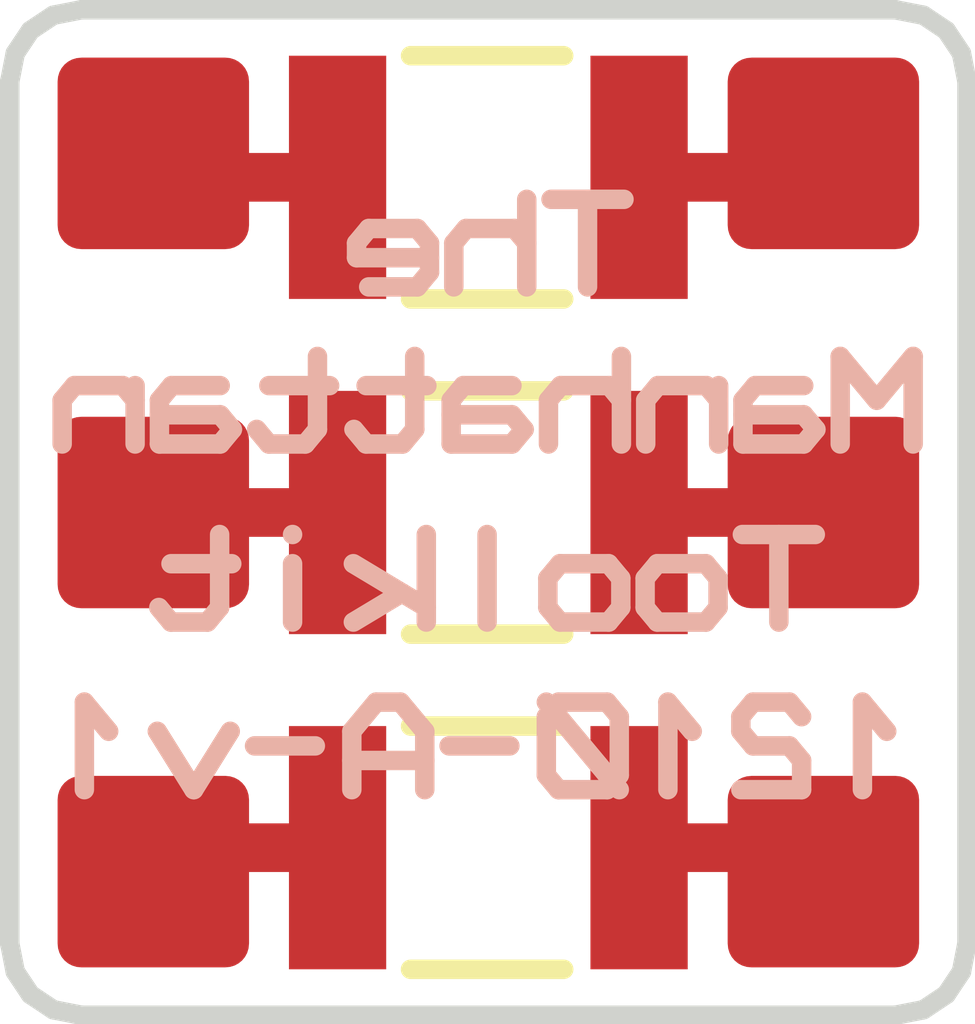
<source format=kicad_pcb>
(kicad_pcb (version 4) (generator "gerbview") (generator_version "8.0")

  (layers 
    (0 F.Cu signal)
    (31 B.Cu signal)
    (32 B.Adhes user)
    (33 F.Adhes user)
    (34 B.Paste user)
    (35 F.Paste user)
    (36 B.SilkS user)
    (37 F.SilkS user)
    (38 B.Mask user)
    (39 F.Mask user)
    (40 Dwgs.User user)
    (41 Cmts.User user)
    (42 Eco1.User user)
    (43 Eco2.User user)
    (44 Edge.Cuts user)
  )

(gr_line (start 0 -0.75) (end 0 -9.75) (layer Edge.Cuts) (width 0.2032))
(gr_line (start 0.75 -10.5) (end 9.25 -10.5) (layer Edge.Cuts) (width 0.2032))
(gr_line (start 10 -9.75) (end 10 -0.75) (layer Edge.Cuts) (width 0.2032))
(gr_line (start 9.25 0) (end 0.75 0) (layer Edge.Cuts) (width 0.2032))
(gr_line (start 0 -9.75) (end 0.05786 -10.04516) (layer Edge.Cuts) (width 0.2032))
(gr_line (start 0.05786 -10.04516) (end 0.2168 -10.2832) (layer Edge.Cuts) (width 0.2032))
(gr_line (start 0.2168 -10.2832) (end 0.45483 -10.44214) (layer Edge.Cuts) (width 0.2032))
(gr_line (start 0.45483 -10.44214) (end 0.75 -10.5) (layer Edge.Cuts) (width 0.2032))
(gr_line (start 9.25 -10.5) (end 9.54516 -10.44214) (layer Edge.Cuts) (width 0.2032))
(gr_line (start 9.54516 -10.44214) (end 9.7832 -10.2832) (layer Edge.Cuts) (width 0.2032))
(gr_line (start 9.7832 -10.2832) (end 9.94214 -10.04516) (layer Edge.Cuts) (width 0.2032))
(gr_line (start 9.94214 -10.04516) (end 10 -9.75) (layer Edge.Cuts) (width 0.2032))
(gr_line (start 10 -0.75) (end 9.94214 -0.45483) (layer Edge.Cuts) (width 0.2032))
(gr_line (start 9.94214 -0.45483) (end 9.7832 -0.2168) (layer Edge.Cuts) (width 0.2032))
(gr_line (start 9.7832 -0.2168) (end 9.54516 -0.05786) (layer Edge.Cuts) (width 0.2032))
(gr_line (start 9.54516 -0.05786) (end 9.25 0) (layer Edge.Cuts) (width 0.2032))
(gr_line (start 0.75 0) (end 0.45483 -0.05786) (layer Edge.Cuts) (width 0.2032))
(gr_line (start 0.45483 -0.05786) (end 0.2168 -0.2168) (layer Edge.Cuts) (width 0.2032))
(gr_line (start 0.2168 -0.2168) (end 0.05786 -0.45483) (layer Edge.Cuts) (width 0.2032))
(gr_line (start 0.05786 -0.45483) (end 0 -0.75) (layer Edge.Cuts) (width 0.2032))
(gr_line (start 4.187 -10.02) (end 5.7872 -10.02) (layer F.SilkS) (width 0.2032))
(gr_line (start 4.187 -7.48) (end 5.7872 -7.48) (layer F.SilkS) (width 0.2032))
(gr_line (start 4.187 -6.52) (end 5.7872 -6.52) (layer F.SilkS) (width 0.2032))
(gr_line (start 4.187 -3.98) (end 5.7872 -3.98) (layer F.SilkS) (width 0.2032))
(gr_line (start 4.187 -3.02) (end 5.7872 -3.02) (layer F.SilkS) (width 0.2032))
(gr_line (start 4.187 -0.48) (end 5.7872 -0.48) (layer F.SilkS) (width 0.2032))
(gr_poly (pts  (xy 2.30112 -8.00497) (xy 2.34839 -8.01929) (xy 2.3909 -8.04202)
 (xy 2.42773 -8.07227) (xy 2.45797 -8.1091) (xy 2.48071 -8.15161) (xy 2.49503 -8.19888)
 (xy 2.5 -8.25) (xy 2.5 -9.75) (xy 2.49503 -9.80112) (xy 2.48071 -9.84839)
 (xy 2.45797 -9.8909) (xy 2.42773 -9.92773) (xy 2.3909 -9.95798) (xy 2.34839 -9.98071)
 (xy 2.30112 -9.99503) (xy 2.25 -10) (xy 0.75 -10) (xy 0.69888 -9.99503)
 (xy 0.65161 -9.98071) (xy 0.6091 -9.95798) (xy 0.57227 -9.92773) (xy 0.54203 -9.8909)
 (xy 0.51929 -9.84839) (xy 0.50497 -9.80112) (xy 0.5 -9.75) (xy 0.5 -8.25)
 (xy 0.50497 -8.19888) (xy 0.51929 -8.15161) (xy 0.54203 -8.1091) (xy 0.57227 -8.07227)
 (xy 0.6091 -8.04202) (xy 0.65161 -8.01929) (xy 0.69888 -8.00497) (xy 0.75 -8)
 (xy 2.25 -8))(layer F.Mask) (width 0) )
(gr_poly (pts  (xy 2.30112 -4.25497) (xy 2.34839 -4.26929) (xy 2.3909 -4.29202)
 (xy 2.42773 -4.32227) (xy 2.45797 -4.3591) (xy 2.48071 -4.40161) (xy 2.49503 -4.44888)
 (xy 2.5 -4.5) (xy 2.5 -6) (xy 2.49503 -6.05112) (xy 2.48071 -6.09839)
 (xy 2.45797 -6.1409) (xy 2.42773 -6.17773) (xy 2.3909 -6.20798) (xy 2.34839 -6.23071)
 (xy 2.30112 -6.24503) (xy 2.25 -6.25) (xy 0.75 -6.25) (xy 0.69888 -6.24503)
 (xy 0.65161 -6.23071) (xy 0.6091 -6.20798) (xy 0.57227 -6.17773) (xy 0.54203 -6.1409)
 (xy 0.51929 -6.09839) (xy 0.50497 -6.05112) (xy 0.5 -6) (xy 0.5 -4.5)
 (xy 0.50497 -4.44888) (xy 0.51929 -4.40161) (xy 0.54203 -4.3591) (xy 0.57227 -4.32227)
 (xy 0.6091 -4.29202) (xy 0.65161 -4.26929) (xy 0.69888 -4.25497) (xy 0.75 -4.25)
 (xy 2.25 -4.25))(layer F.Mask) (width 0) )
(gr_poly (pts  (xy 2.30112 -0.50497) (xy 2.34839 -0.51929) (xy 2.3909 -0.54202)
 (xy 2.42773 -0.57227) (xy 2.45797 -0.6091) (xy 2.48071 -0.65161) (xy 2.49503 -0.69888)
 (xy 2.5 -0.75) (xy 2.5 -2.25) (xy 2.49503 -2.30112) (xy 2.48071 -2.34839)
 (xy 2.45797 -2.3909) (xy 2.42773 -2.42773) (xy 2.3909 -2.45798) (xy 2.34839 -2.48071)
 (xy 2.30112 -2.49503) (xy 2.25 -2.5) (xy 0.75 -2.5) (xy 0.69888 -2.49503)
 (xy 0.65161 -2.48071) (xy 0.6091 -2.45798) (xy 0.57227 -2.42773) (xy 0.54203 -2.3909)
 (xy 0.51929 -2.34839) (xy 0.50497 -2.30112) (xy 0.5 -2.25) (xy 0.5 -0.75)
 (xy 0.50497 -0.69888) (xy 0.51929 -0.65161) (xy 0.54203 -0.6091) (xy 0.57227 -0.57227)
 (xy 0.6091 -0.54202) (xy 0.65161 -0.51929) (xy 0.69888 -0.50497) (xy 0.75 -0.5)
 (xy 2.25 -0.5))(layer F.Mask) (width 0) )
(gr_poly (pts  (xy 9.30112 -0.50497) (xy 9.34839 -0.51929) (xy 9.3909 -0.54202)
 (xy 9.42773 -0.57227) (xy 9.45797 -0.6091) (xy 9.48071 -0.65161) (xy 9.49503 -0.69888)
 (xy 9.5 -0.75) (xy 9.5 -2.25) (xy 9.49503 -2.30112) (xy 9.48071 -2.34839)
 (xy 9.45797 -2.3909) (xy 9.42773 -2.42773) (xy 9.3909 -2.45798) (xy 9.34839 -2.48071)
 (xy 9.30112 -2.49503) (xy 9.25 -2.5) (xy 7.75 -2.5) (xy 7.69888 -2.49503)
 (xy 7.65161 -2.48071) (xy 7.6091 -2.45798) (xy 7.57227 -2.42773) (xy 7.54203 -2.3909)
 (xy 7.51929 -2.34839) (xy 7.50497 -2.30112) (xy 7.5 -2.25) (xy 7.5 -0.75)
 (xy 7.50497 -0.69888) (xy 7.51929 -0.65161) (xy 7.54203 -0.6091) (xy 7.57227 -0.57227)
 (xy 7.6091 -0.54202) (xy 7.65161 -0.51929) (xy 7.69888 -0.50497) (xy 7.75 -0.5)
 (xy 9.25 -0.5))(layer F.Mask) (width 0) )
(gr_poly (pts  (xy 9.30112 -4.25497) (xy 9.34839 -4.26929) (xy 9.3909 -4.29202)
 (xy 9.42773 -4.32227) (xy 9.45797 -4.3591) (xy 9.48071 -4.40161) (xy 9.49503 -4.44888)
 (xy 9.5 -4.5) (xy 9.5 -6) (xy 9.49503 -6.05112) (xy 9.48071 -6.09839)
 (xy 9.45797 -6.1409) (xy 9.42773 -6.17773) (xy 9.3909 -6.20798) (xy 9.34839 -6.23071)
 (xy 9.30112 -6.24503) (xy 9.25 -6.25) (xy 7.75 -6.25) (xy 7.69888 -6.24503)
 (xy 7.65161 -6.23071) (xy 7.6091 -6.20798) (xy 7.57227 -6.17773) (xy 7.54203 -6.1409)
 (xy 7.51929 -6.09839) (xy 7.50497 -6.05112) (xy 7.5 -6) (xy 7.5 -4.5)
 (xy 7.50497 -4.44888) (xy 7.51929 -4.40161) (xy 7.54203 -4.3591) (xy 7.57227 -4.32227)
 (xy 7.6091 -4.29202) (xy 7.65161 -4.26929) (xy 7.69888 -4.25497) (xy 7.75 -4.25)
 (xy 9.25 -4.25))(layer F.Mask) (width 0) )
(gr_poly (pts  (xy 9.30112 -8.00497) (xy 9.34839 -8.01929) (xy 9.3909 -8.04202)
 (xy 9.42773 -8.07227) (xy 9.45797 -8.1091) (xy 9.48071 -8.15161) (xy 9.49503 -8.19888)
 (xy 9.5 -8.25) (xy 9.5 -9.75) (xy 9.49503 -9.80112) (xy 9.48071 -9.84839)
 (xy 9.45797 -9.8909) (xy 9.42773 -9.92773) (xy 9.3909 -9.95798) (xy 9.34839 -9.98071)
 (xy 9.30112 -9.99503) (xy 9.25 -10) (xy 7.75 -10) (xy 7.69888 -9.99503)
 (xy 7.65161 -9.98071) (xy 7.6091 -9.95798) (xy 7.57227 -9.92773) (xy 7.54203 -9.8909)
 (xy 7.51929 -9.84839) (xy 7.50497 -9.80112) (xy 7.5 -9.75) (xy 7.5 -8.25)
 (xy 7.50497 -8.19888) (xy 7.51929 -8.15161) (xy 7.54203 -8.1091) (xy 7.57227 -8.07227)
 (xy 7.6091 -8.04202) (xy 7.65161 -8.01929) (xy 7.69888 -8.00497) (xy 7.75 -8)
 (xy 9.25 -8))(layer F.Mask) (width 0) )
(gr_poly (pts  (xy 3.94598 -7.41776) (xy 3.95799 -7.4214) (xy 3.96878 -7.42718)
 (xy 3.97814 -7.43486) (xy 3.98582 -7.44422) (xy 3.9916 -7.45501) (xy 3.99524 -7.46702)
 (xy 3.9965 -7.48) (xy 3.9965 -10.02) (xy 3.99524 -10.03298) (xy 3.9916 -10.04499)
 (xy 3.98582 -10.05578) (xy 3.97814 -10.06514) (xy 3.96878 -10.07282) (xy 3.95799 -10.0786)
 (xy 3.94598 -10.08224) (xy 3.933 -10.0835) (xy 2.917 -10.0835) (xy 2.90402 -10.08224)
 (xy 2.89201 -10.0786) (xy 2.88122 -10.07282) (xy 2.87186 -10.06514) (xy 2.86418 -10.05578)
 (xy 2.8584 -10.04499) (xy 2.85476 -10.03298) (xy 2.8535 -10.02) (xy 2.8535 -7.48)
 (xy 2.85476 -7.46702) (xy 2.8584 -7.45501) (xy 2.86418 -7.44422) (xy 2.87186 -7.43486)
 (xy 2.88122 -7.42718) (xy 2.89201 -7.4214) (xy 2.90402 -7.41776) (xy 2.917 -7.4165)
 (xy 3.933 -7.4165))(layer F.Mask) (width 0) )
(gr_poly (pts  (xy 7.09558 -7.41776) (xy 7.10759 -7.4214) (xy 7.11838 -7.42718)
 (xy 7.12774 -7.43486) (xy 7.13542 -7.44422) (xy 7.1412 -7.45501) (xy 7.14484 -7.46702)
 (xy 7.1461 -7.48) (xy 7.1461 -10.02) (xy 7.14484 -10.03298) (xy 7.1412 -10.04499)
 (xy 7.13542 -10.05578) (xy 7.12774 -10.06514) (xy 7.11838 -10.07282) (xy 7.10759 -10.0786)
 (xy 7.09558 -10.08224) (xy 7.0826 -10.0835) (xy 6.0666 -10.0835) (xy 6.05362 -10.08224)
 (xy 6.04161 -10.0786) (xy 6.03082 -10.07282) (xy 6.02146 -10.06514) (xy 6.01378 -10.05578)
 (xy 6.008 -10.04499) (xy 6.00436 -10.03298) (xy 6.0031 -10.02) (xy 6.0031 -7.48)
 (xy 6.00436 -7.46702) (xy 6.008 -7.45501) (xy 6.01378 -7.44422) (xy 6.02146 -7.43486)
 (xy 6.03082 -7.42718) (xy 6.04161 -7.4214) (xy 6.05362 -7.41776) (xy 6.0666 -7.4165)
 (xy 7.0826 -7.4165))(layer F.Mask) (width 0) )
(gr_poly (pts  (xy 3.94598 -3.91776) (xy 3.95799 -3.9214) (xy 3.96878 -3.92718)
 (xy 3.97814 -3.93486) (xy 3.98582 -3.94422) (xy 3.9916 -3.95501) (xy 3.99524 -3.96702)
 (xy 3.9965 -3.98) (xy 3.9965 -6.52) (xy 3.99524 -6.53298) (xy 3.9916 -6.54499)
 (xy 3.98582 -6.55578) (xy 3.97814 -6.56514) (xy 3.96878 -6.57282) (xy 3.95799 -6.5786)
 (xy 3.94598 -6.58224) (xy 3.933 -6.5835) (xy 2.917 -6.5835) (xy 2.90402 -6.58224)
 (xy 2.89201 -6.5786) (xy 2.88122 -6.57282) (xy 2.87186 -6.56514) (xy 2.86418 -6.55578)
 (xy 2.8584 -6.54499) (xy 2.85476 -6.53298) (xy 2.8535 -6.52) (xy 2.8535 -3.98)
 (xy 2.85476 -3.96702) (xy 2.8584 -3.95501) (xy 2.86418 -3.94422) (xy 2.87186 -3.93486)
 (xy 2.88122 -3.92718) (xy 2.89201 -3.9214) (xy 2.90402 -3.91776) (xy 2.917 -3.9165)
 (xy 3.933 -3.9165))(layer F.Mask) (width 0) )
(gr_poly (pts  (xy 7.09558 -3.91776) (xy 7.10759 -3.9214) (xy 7.11838 -3.92718)
 (xy 7.12774 -3.93486) (xy 7.13542 -3.94422) (xy 7.1412 -3.95501) (xy 7.14484 -3.96702)
 (xy 7.1461 -3.98) (xy 7.1461 -6.52) (xy 7.14484 -6.53298) (xy 7.1412 -6.54499)
 (xy 7.13542 -6.55578) (xy 7.12774 -6.56514) (xy 7.11838 -6.57282) (xy 7.10759 -6.5786)
 (xy 7.09558 -6.58224) (xy 7.0826 -6.5835) (xy 6.0666 -6.5835) (xy 6.05362 -6.58224)
 (xy 6.04161 -6.5786) (xy 6.03082 -6.57282) (xy 6.02146 -6.56514) (xy 6.01378 -6.55578)
 (xy 6.008 -6.54499) (xy 6.00436 -6.53298) (xy 6.0031 -6.52) (xy 6.0031 -3.98)
 (xy 6.00436 -3.96702) (xy 6.008 -3.95501) (xy 6.01378 -3.94422) (xy 6.02146 -3.93486)
 (xy 6.03082 -3.92718) (xy 6.04161 -3.9214) (xy 6.05362 -3.91776) (xy 6.0666 -3.9165)
 (xy 7.0826 -3.9165))(layer F.Mask) (width 0) )
(gr_poly (pts  (xy 3.94598 -0.41776) (xy 3.95799 -0.4214) (xy 3.96878 -0.42718)
 (xy 3.97814 -0.43486) (xy 3.98582 -0.44422) (xy 3.9916 -0.45501) (xy 3.99524 -0.46702)
 (xy 3.9965 -0.48) (xy 3.9965 -3.02) (xy 3.99524 -3.03298) (xy 3.9916 -3.04499)
 (xy 3.98582 -3.05578) (xy 3.97814 -3.06514) (xy 3.96878 -3.07282) (xy 3.95799 -3.0786)
 (xy 3.94598 -3.08224) (xy 3.933 -3.0835) (xy 2.917 -3.0835) (xy 2.90402 -3.08224)
 (xy 2.89201 -3.0786) (xy 2.88122 -3.07282) (xy 2.87186 -3.06514) (xy 2.86418 -3.05578)
 (xy 2.8584 -3.04499) (xy 2.85476 -3.03298) (xy 2.8535 -3.02) (xy 2.8535 -0.48)
 (xy 2.85476 -0.46702) (xy 2.8584 -0.45501) (xy 2.86418 -0.44422) (xy 2.87186 -0.43486)
 (xy 2.88122 -0.42718) (xy 2.89201 -0.4214) (xy 2.90402 -0.41776) (xy 2.917 -0.4165)
 (xy 3.933 -0.4165))(layer F.Mask) (width 0) )
(gr_poly (pts  (xy 7.09558 -0.41776) (xy 7.10759 -0.4214) (xy 7.11838 -0.42718)
 (xy 7.12774 -0.43486) (xy 7.13542 -0.44422) (xy 7.1412 -0.45501) (xy 7.14484 -0.46702)
 (xy 7.1461 -0.48) (xy 7.1461 -3.02) (xy 7.14484 -3.03298) (xy 7.1412 -3.04499)
 (xy 7.13542 -3.05578) (xy 7.12774 -3.06514) (xy 7.11838 -3.07282) (xy 7.10759 -3.0786)
 (xy 7.09558 -3.08224) (xy 7.0826 -3.0835) (xy 6.0666 -3.0835) (xy 6.05362 -3.08224)
 (xy 6.04161 -3.0786) (xy 6.03082 -3.07282) (xy 6.02146 -3.06514) (xy 6.01378 -3.05578)
 (xy 6.008 -3.04499) (xy 6.00436 -3.03298) (xy 6.0031 -3.02) (xy 6.0031 -0.48)
 (xy 6.00436 -0.46702) (xy 6.008 -0.45501) (xy 6.01378 -0.44422) (xy 6.02146 -0.43486)
 (xy 6.03082 -0.42718) (xy 6.04161 -0.4214) (xy 6.05362 -0.41776) (xy 6.0666 -0.4165)
 (xy 7.0826 -0.4165))(layer F.Mask) (width 0) )
(gr_line (start 8.41569 -5.02018) (end 7.65369 -5.02018) (layer B.SilkS) (width 0.2032))
(gr_line (start 8.03469 -5.02018) (end 8.03469 -4.10578) (layer B.SilkS) (width 0.2032))
(gr_line (start 7.39969 -4.56298) (end 7.27269 -4.71538) (layer B.SilkS) (width 0.2032))
(gr_line (start 7.27269 -4.71538) (end 6.76469 -4.71538) (layer B.SilkS) (width 0.2032))
(gr_line (start 6.76469 -4.71538) (end 6.63769 -4.56298) (layer B.SilkS) (width 0.2032))
(gr_line (start 6.63769 -4.56298) (end 6.63769 -4.25818) (layer B.SilkS) (width 0.2032))
(gr_line (start 6.63769 -4.25818) (end 6.76469 -4.10578) (layer B.SilkS) (width 0.2032))
(gr_line (start 6.76469 -4.10578) (end 7.27269 -4.10578) (layer B.SilkS) (width 0.2032))
(gr_line (start 7.27269 -4.10578) (end 7.39969 -4.25818) (layer B.SilkS) (width 0.2032))
(gr_line (start 7.39969 -4.25818) (end 7.39969 -4.56298) (layer B.SilkS) (width 0.2032))
(gr_line (start 6.38369 -4.56298) (end 6.25669 -4.71538) (layer B.SilkS) (width 0.2032))
(gr_line (start 6.25669 -4.71538) (end 5.74869 -4.71538) (layer B.SilkS) (width 0.2032))
(gr_line (start 5.74869 -4.71538) (end 5.62169 -4.56298) (layer B.SilkS) (width 0.2032))
(gr_line (start 5.62169 -4.56298) (end 5.62169 -4.25818) (layer B.SilkS) (width 0.2032))
(gr_line (start 5.62169 -4.25818) (end 5.74869 -4.10578) (layer B.SilkS) (width 0.2032))
(gr_line (start 5.74869 -4.10578) (end 6.25669 -4.10578) (layer B.SilkS) (width 0.2032))
(gr_line (start 6.25669 -4.10578) (end 6.38369 -4.25818) (layer B.SilkS) (width 0.2032))
(gr_line (start 6.38369 -4.25818) (end 6.38369 -4.56298) (layer B.SilkS) (width 0.2032))
(gr_line (start 4.98669 -5.02018) (end 4.98669 -4.10578) (layer B.SilkS) (width 0.2032))
(gr_line (start 4.35169 -5.02018) (end 4.35169 -4.10578) (layer B.SilkS) (width 0.2032))
(gr_line (start 4.35169 -4.25818) (end 3.58969 -4.71538) (layer B.SilkS) (width 0.2032))
(gr_line (start 4.09769 -4.41058) (end 3.58969 -4.10578) (layer B.SilkS) (width 0.2032))
(gr_line (start 2.95469 -4.71538) (end 2.95469 -4.10578) (layer B.SilkS) (width 0.2032))
(gr_line (start 2.95469 -5.02018) (end 2.95469 -5.02018) (layer B.SilkS) (width 0.2032))
(gr_line (start 2.19269 -5.02018) (end 2.19269 -4.25818) (layer B.SilkS) (width 0.2032))
(gr_line (start 2.19269 -4.25818) (end 2.06569 -4.10578) (layer B.SilkS) (width 0.2032))
(gr_line (start 2.06569 -4.10578) (end 1.68469 -4.10578) (layer B.SilkS) (width 0.2032))
(gr_line (start 1.68469 -4.10578) (end 1.55769 -4.25818) (layer B.SilkS) (width 0.2032))
(gr_line (start 2.31969 -4.71538) (end 1.68469 -4.71538) (layer B.SilkS) (width 0.2032))
(gr_line (start 9.4379 -5.96536) (end 9.4379 -6.87976) (layer B.SilkS) (width 0.2032))
(gr_line (start 9.4379 -6.87976) (end 9.0569 -6.42256) (layer B.SilkS) (width 0.2032))
(gr_line (start 9.0569 -6.42256) (end 8.6759 -6.87976) (layer B.SilkS) (width 0.2032))
(gr_line (start 8.6759 -6.87976) (end 8.6759 -5.96536) (layer B.SilkS) (width 0.2032))
(gr_line (start 8.2949 -6.57496) (end 7.7869 -6.57496) (layer B.SilkS) (width 0.2032))
(gr_line (start 7.7869 -6.57496) (end 7.6599 -6.42256) (layer B.SilkS) (width 0.2032))
(gr_line (start 7.6599 -6.42256) (end 7.6599 -5.96536) (layer B.SilkS) (width 0.2032))
(gr_line (start 7.6599 -5.96536) (end 8.2949 -5.96536) (layer B.SilkS) (width 0.2032))
(gr_line (start 8.2949 -5.96536) (end 8.4219 -6.11776) (layer B.SilkS) (width 0.2032))
(gr_line (start 8.4219 -6.11776) (end 8.2949 -6.27016) (layer B.SilkS) (width 0.2032))
(gr_line (start 8.2949 -6.27016) (end 7.6599 -6.27016) (layer B.SilkS) (width 0.2032))
(gr_line (start 7.4059 -5.96536) (end 7.4059 -6.57496) (layer B.SilkS) (width 0.2032))
(gr_line (start 7.4059 -6.42256) (end 7.2789 -6.57496) (layer B.SilkS) (width 0.2032))
(gr_line (start 7.2789 -6.57496) (end 6.7709 -6.57496) (layer B.SilkS) (width 0.2032))
(gr_line (start 6.7709 -6.57496) (end 6.6439 -6.42256) (layer B.SilkS) (width 0.2032))
(gr_line (start 6.6439 -6.42256) (end 6.6439 -5.96536) (layer B.SilkS) (width 0.2032))
(gr_line (start 5.6279 -5.96536) (end 5.6279 -6.42256) (layer B.SilkS) (width 0.2032))
(gr_line (start 5.6279 -6.42256) (end 5.7549 -6.57496) (layer B.SilkS) (width 0.2032))
(gr_line (start 5.7549 -6.57496) (end 6.2629 -6.57496) (layer B.SilkS) (width 0.2032))
(gr_line (start 6.2629 -6.57496) (end 6.3899 -6.42256) (layer B.SilkS) (width 0.2032))
(gr_line (start 6.3899 -6.87976) (end 6.3899 -5.96536) (layer B.SilkS) (width 0.2032))
(gr_line (start 5.2469 -6.57496) (end 4.7389 -6.57496) (layer B.SilkS) (width 0.2032))
(gr_line (start 4.7389 -6.57496) (end 4.6119 -6.42256) (layer B.SilkS) (width 0.2032))
(gr_line (start 4.6119 -6.42256) (end 4.6119 -5.96536) (layer B.SilkS) (width 0.2032))
(gr_line (start 4.6119 -5.96536) (end 5.2469 -5.96536) (layer B.SilkS) (width 0.2032))
(gr_line (start 5.2469 -5.96536) (end 5.3739 -6.11776) (layer B.SilkS) (width 0.2032))
(gr_line (start 5.3739 -6.11776) (end 5.2469 -6.27016) (layer B.SilkS) (width 0.2032))
(gr_line (start 5.2469 -6.27016) (end 4.6119 -6.27016) (layer B.SilkS) (width 0.2032))
(gr_line (start 4.2309 -6.87976) (end 4.2309 -6.11776) (layer B.SilkS) (width 0.2032))
(gr_line (start 4.2309 -6.11776) (end 4.1039 -5.96536) (layer B.SilkS) (width 0.2032))
(gr_line (start 4.1039 -5.96536) (end 3.7229 -5.96536) (layer B.SilkS) (width 0.2032))
(gr_line (start 3.7229 -5.96536) (end 3.5959 -6.11776) (layer B.SilkS) (width 0.2032))
(gr_line (start 4.3579 -6.57496) (end 3.7229 -6.57496) (layer B.SilkS) (width 0.2032))
(gr_line (start 3.2149 -6.87976) (end 3.2149 -6.11776) (layer B.SilkS) (width 0.2032))
(gr_line (start 3.2149 -6.11776) (end 3.0879 -5.96536) (layer B.SilkS) (width 0.2032))
(gr_line (start 3.0879 -5.96536) (end 2.7069 -5.96536) (layer B.SilkS) (width 0.2032))
(gr_line (start 2.7069 -5.96536) (end 2.5799 -6.11776) (layer B.SilkS) (width 0.2032))
(gr_line (start 3.3419 -6.57496) (end 2.7069 -6.57496) (layer B.SilkS) (width 0.2032))
(gr_line (start 2.1989 -6.57496) (end 1.6909 -6.57496) (layer B.SilkS) (width 0.2032))
(gr_line (start 1.6909 -6.57496) (end 1.5639 -6.42256) (layer B.SilkS) (width 0.2032))
(gr_line (start 1.5639 -6.42256) (end 1.5639 -5.96536) (layer B.SilkS) (width 0.2032))
(gr_line (start 1.5639 -5.96536) (end 2.1989 -5.96536) (layer B.SilkS) (width 0.2032))
(gr_line (start 2.1989 -5.96536) (end 2.3259 -6.11776) (layer B.SilkS) (width 0.2032))
(gr_line (start 2.3259 -6.11776) (end 2.1989 -6.27016) (layer B.SilkS) (width 0.2032))
(gr_line (start 2.1989 -6.27016) (end 1.5639 -6.27016) (layer B.SilkS) (width 0.2032))
(gr_line (start 1.3099 -5.96536) (end 1.3099 -6.57496) (layer B.SilkS) (width 0.2032))
(gr_line (start 1.3099 -6.42256) (end 1.1829 -6.57496) (layer B.SilkS) (width 0.2032))
(gr_line (start 1.1829 -6.57496) (end 0.6749 -6.57496) (layer B.SilkS) (width 0.2032))
(gr_line (start 0.6749 -6.57496) (end 0.5479 -6.42256) (layer B.SilkS) (width 0.2032))
(gr_line (start 0.5479 -6.42256) (end 0.5479 -5.96536) (layer B.SilkS) (width 0.2032))
(gr_line (start 6.41698 -8.52018) (end 5.65498 -8.52018) (layer B.SilkS) (width 0.2032))
(gr_line (start 6.03598 -8.52018) (end 6.03598 -7.60578) (layer B.SilkS) (width 0.2032))
(gr_line (start 4.63898 -7.60578) (end 4.63898 -8.06298) (layer B.SilkS) (width 0.2032))
(gr_line (start 4.63898 -8.06298) (end 4.76598 -8.21538) (layer B.SilkS) (width 0.2032))
(gr_line (start 4.76598 -8.21538) (end 5.27398 -8.21538) (layer B.SilkS) (width 0.2032))
(gr_line (start 5.27398 -8.21538) (end 5.40098 -8.06298) (layer B.SilkS) (width 0.2032))
(gr_line (start 5.40098 -8.52018) (end 5.40098 -7.60578) (layer B.SilkS) (width 0.2032))
(gr_line (start 4.38498 -7.91058) (end 3.62298 -7.91058) (layer B.SilkS) (width 0.2032))
(gr_line (start 3.62298 -7.91058) (end 3.62298 -8.06298) (layer B.SilkS) (width 0.2032))
(gr_line (start 3.62298 -8.06298) (end 3.74998 -8.21538) (layer B.SilkS) (width 0.2032))
(gr_line (start 3.74998 -8.21538) (end 4.25798 -8.21538) (layer B.SilkS) (width 0.2032))
(gr_line (start 4.25798 -8.21538) (end 4.38498 -8.06298) (layer B.SilkS) (width 0.2032))
(gr_line (start 4.38498 -8.06298) (end 4.38498 -7.75818) (layer B.SilkS) (width 0.2032))
(gr_line (start 4.38498 -7.75818) (end 4.25798 -7.60578) (layer B.SilkS) (width 0.2032))
(gr_line (start 4.25798 -7.60578) (end 3.74998 -7.60578) (layer B.SilkS) (width 0.2032))
(gr_line (start 9.16169 -2.96538) (end 8.90769 -3.27018) (layer B.SilkS) (width 0.2032))
(gr_line (start 8.90769 -3.27018) (end 8.90769 -2.35578) (layer B.SilkS) (width 0.2032))
(gr_line (start 8.27269 -3.11778) (end 8.14569 -3.27018) (layer B.SilkS) (width 0.2032))
(gr_line (start 8.14569 -3.27018) (end 7.76469 -3.27018) (layer B.SilkS) (width 0.2032))
(gr_line (start 7.76469 -3.27018) (end 7.63769 -3.11778) (layer B.SilkS) (width 0.2032))
(gr_line (start 7.63769 -3.11778) (end 7.63769 -2.96538) (layer B.SilkS) (width 0.2032))
(gr_line (start 7.63769 -2.96538) (end 7.76469 -2.81298) (layer B.SilkS) (width 0.2032))
(gr_line (start 7.76469 -2.81298) (end 8.14569 -2.81298) (layer B.SilkS) (width 0.2032))
(gr_line (start 8.14569 -2.81298) (end 8.27269 -2.66058) (layer B.SilkS) (width 0.2032))
(gr_line (start 8.27269 -2.66058) (end 8.27269 -2.35578) (layer B.SilkS) (width 0.2032))
(gr_line (start 8.27269 -2.35578) (end 7.63769 -2.35578) (layer B.SilkS) (width 0.2032))
(gr_line (start 7.12969 -2.96538) (end 6.87569 -3.27018) (layer B.SilkS) (width 0.2032))
(gr_line (start 6.87569 -3.27018) (end 6.87569 -2.35578) (layer B.SilkS) (width 0.2032))
(gr_line (start 6.36769 -2.50818) (end 6.36769 -3.11778) (layer B.SilkS) (width 0.2032))
(gr_line (start 6.36769 -3.11778) (end 6.24069 -3.27018) (layer B.SilkS) (width 0.2032))
(gr_line (start 6.24069 -3.27018) (end 5.73269 -3.27018) (layer B.SilkS) (width 0.2032))
(gr_line (start 5.73269 -3.27018) (end 5.60569 -3.11778) (layer B.SilkS) (width 0.2032))
(gr_line (start 5.60569 -3.11778) (end 5.60569 -2.50818) (layer B.SilkS) (width 0.2032))
(gr_line (start 5.60569 -2.50818) (end 5.73269 -2.35578) (layer B.SilkS) (width 0.2032))
(gr_line (start 5.73269 -2.35578) (end 6.24069 -2.35578) (layer B.SilkS) (width 0.2032))
(gr_line (start 6.24069 -2.35578) (end 6.36769 -2.50818) (layer B.SilkS) (width 0.2032))
(gr_line (start 6.36769 -2.35578) (end 5.60569 -3.27018) (layer B.SilkS) (width 0.2032))
(gr_line (start 5.22469 -2.81298) (end 4.58969 -2.81298) (layer B.SilkS) (width 0.2032))
(gr_line (start 4.33569 -2.35578) (end 4.33569 -2.96538) (layer B.SilkS) (width 0.2032))
(gr_line (start 4.33569 -2.96538) (end 4.08169 -3.27018) (layer B.SilkS) (width 0.2032))
(gr_line (start 4.08169 -3.27018) (end 3.82769 -3.27018) (layer B.SilkS) (width 0.2032))
(gr_line (start 3.82769 -3.27018) (end 3.57369 -2.96538) (layer B.SilkS) (width 0.2032))
(gr_line (start 3.57369 -2.96538) (end 3.57369 -2.35578) (layer B.SilkS) (width 0.2032))
(gr_line (start 4.33569 -2.66058) (end 3.57369 -2.66058) (layer B.SilkS) (width 0.2032))
(gr_line (start 3.19269 -2.81298) (end 2.55769 -2.81298) (layer B.SilkS) (width 0.2032))
(gr_line (start 2.30369 -2.96538) (end 1.92269 -2.35578) (layer B.SilkS) (width 0.2032))
(gr_line (start 1.92269 -2.35578) (end 1.54169 -2.96538) (layer B.SilkS) (width 0.2032))
(gr_line (start 1.03369 -2.96538) (end 0.77969 -3.27018) (layer B.SilkS) (width 0.2032))
(gr_line (start 0.77969 -3.27018) (end 0.77969 -2.35578) (layer B.SilkS) (width 0.2032))
(segment (start 1.5 -5.5228) (end 1.5 -5.25) (width 0.381) (layer F.Cu) (net 0))
(segment (start 3.425 -8.75) (end 1.5 -8.75) (width 0.508) (layer F.Cu) (net 0))
(segment (start 1.5 -8.75) (end 1.5 -9) (width 0.508) (layer F.Cu) (net 0))
(segment (start 6.5746 -8.75) (end 8.5 -8.75) (width 0.508) (layer F.Cu) (net 0))
(segment (start 8.5 -8.75) (end 8.5 -9) (width 0.508) (layer F.Cu) (net 0))
(segment (start 3.425 -5.25) (end 1.5 -5.25) (width 0.508) (layer F.Cu) (net 0))
(segment (start 6.5746 -5.25) (end 8.5 -5.25) (width 0.508) (layer F.Cu) (net 0))
(segment (start 6.5746 -1.75) (end 8.5 -1.75) (width 0.508) (layer F.Cu) (net 0))
(segment (start 8.5 -1.75) (end 8.5 -1.5) (width 0.508) (layer F.Cu) (net 0))
(segment (start 8.5 -1.5) (end 8.5 -1.25) (width 0.508) (layer F.Cu) (net 0))
(segment (start 3.425 -1.75) (end 1.5 -1.75) (width 0.508) (layer F.Cu) (net 0))
(segment (start 1.5 -1.75) (end 1.5 -1.5) (width 0.508) (layer F.Cu) (net 0))
(segment (start 1.5 -1.5) (end 1.5 -1.25) (width 0.508) (layer F.Cu) (net 0))
(gr_poly (pts  (xy 2.30112 -8.00497) (xy 2.34839 -8.01929) (xy 2.3909 -8.04202)
 (xy 2.42773 -8.07227) (xy 2.45797 -8.1091) (xy 2.48071 -8.15161) (xy 2.49503 -8.19888)
 (xy 2.5 -8.25) (xy 2.5 -9.75) (xy 2.49503 -9.80112) (xy 2.48071 -9.84839)
 (xy 2.45797 -9.8909) (xy 2.42773 -9.92773) (xy 2.3909 -9.95798) (xy 2.34839 -9.98071)
 (xy 2.30112 -9.99503) (xy 2.25 -10) (xy 0.75 -10) (xy 0.69888 -9.99503)
 (xy 0.65161 -9.98071) (xy 0.6091 -9.95798) (xy 0.57227 -9.92773) (xy 0.54203 -9.8909)
 (xy 0.51929 -9.84839) (xy 0.50497 -9.80112) (xy 0.5 -9.75) (xy 0.5 -8.25)
 (xy 0.50497 -8.19888) (xy 0.51929 -8.15161) (xy 0.54203 -8.1091) (xy 0.57227 -8.07227)
 (xy 0.6091 -8.04202) (xy 0.65161 -8.01929) (xy 0.69888 -8.00497) (xy 0.75 -8)
 (xy 2.25 -8))(layer F.Cu) (width 0) )
(gr_poly (pts  (xy 2.30112 -4.25497) (xy 2.34839 -4.26929) (xy 2.3909 -4.29202)
 (xy 2.42773 -4.32227) (xy 2.45797 -4.3591) (xy 2.48071 -4.40161) (xy 2.49503 -4.44888)
 (xy 2.5 -4.5) (xy 2.5 -6) (xy 2.49503 -6.05112) (xy 2.48071 -6.09839)
 (xy 2.45797 -6.1409) (xy 2.42773 -6.17773) (xy 2.3909 -6.20798) (xy 2.34839 -6.23071)
 (xy 2.30112 -6.24503) (xy 2.25 -6.25) (xy 0.75 -6.25) (xy 0.69888 -6.24503)
 (xy 0.65161 -6.23071) (xy 0.6091 -6.20798) (xy 0.57227 -6.17773) (xy 0.54203 -6.1409)
 (xy 0.51929 -6.09839) (xy 0.50497 -6.05112) (xy 0.5 -6) (xy 0.5 -4.5)
 (xy 0.50497 -4.44888) (xy 0.51929 -4.40161) (xy 0.54203 -4.3591) (xy 0.57227 -4.32227)
 (xy 0.6091 -4.29202) (xy 0.65161 -4.26929) (xy 0.69888 -4.25497) (xy 0.75 -4.25)
 (xy 2.25 -4.25))(layer F.Cu) (width 0) )
(gr_poly (pts  (xy 2.30112 -0.50497) (xy 2.34839 -0.51929) (xy 2.3909 -0.54202)
 (xy 2.42773 -0.57227) (xy 2.45797 -0.6091) (xy 2.48071 -0.65161) (xy 2.49503 -0.69888)
 (xy 2.5 -0.75) (xy 2.5 -2.25) (xy 2.49503 -2.30112) (xy 2.48071 -2.34839)
 (xy 2.45797 -2.3909) (xy 2.42773 -2.42773) (xy 2.3909 -2.45798) (xy 2.34839 -2.48071)
 (xy 2.30112 -2.49503) (xy 2.25 -2.5) (xy 0.75 -2.5) (xy 0.69888 -2.49503)
 (xy 0.65161 -2.48071) (xy 0.6091 -2.45798) (xy 0.57227 -2.42773) (xy 0.54203 -2.3909)
 (xy 0.51929 -2.34839) (xy 0.50497 -2.30112) (xy 0.5 -2.25) (xy 0.5 -0.75)
 (xy 0.50497 -0.69888) (xy 0.51929 -0.65161) (xy 0.54203 -0.6091) (xy 0.57227 -0.57227)
 (xy 0.6091 -0.54202) (xy 0.65161 -0.51929) (xy 0.69888 -0.50497) (xy 0.75 -0.5)
 (xy 2.25 -0.5))(layer F.Cu) (width 0) )
(gr_poly (pts  (xy 9.30112 -0.50497) (xy 9.34839 -0.51929) (xy 9.3909 -0.54202)
 (xy 9.42773 -0.57227) (xy 9.45797 -0.6091) (xy 9.48071 -0.65161) (xy 9.49503 -0.69888)
 (xy 9.5 -0.75) (xy 9.5 -2.25) (xy 9.49503 -2.30112) (xy 9.48071 -2.34839)
 (xy 9.45797 -2.3909) (xy 9.42773 -2.42773) (xy 9.3909 -2.45798) (xy 9.34839 -2.48071)
 (xy 9.30112 -2.49503) (xy 9.25 -2.5) (xy 7.75 -2.5) (xy 7.69888 -2.49503)
 (xy 7.65161 -2.48071) (xy 7.6091 -2.45798) (xy 7.57227 -2.42773) (xy 7.54203 -2.3909)
 (xy 7.51929 -2.34839) (xy 7.50497 -2.30112) (xy 7.5 -2.25) (xy 7.5 -0.75)
 (xy 7.50497 -0.69888) (xy 7.51929 -0.65161) (xy 7.54203 -0.6091) (xy 7.57227 -0.57227)
 (xy 7.6091 -0.54202) (xy 7.65161 -0.51929) (xy 7.69888 -0.50497) (xy 7.75 -0.5)
 (xy 9.25 -0.5))(layer F.Cu) (width 0) )
(gr_poly (pts  (xy 9.30112 -4.25497) (xy 9.34839 -4.26929) (xy 9.3909 -4.29202)
 (xy 9.42773 -4.32227) (xy 9.45797 -4.3591) (xy 9.48071 -4.40161) (xy 9.49503 -4.44888)
 (xy 9.5 -4.5) (xy 9.5 -6) (xy 9.49503 -6.05112) (xy 9.48071 -6.09839)
 (xy 9.45797 -6.1409) (xy 9.42773 -6.17773) (xy 9.3909 -6.20798) (xy 9.34839 -6.23071)
 (xy 9.30112 -6.24503) (xy 9.25 -6.25) (xy 7.75 -6.25) (xy 7.69888 -6.24503)
 (xy 7.65161 -6.23071) (xy 7.6091 -6.20798) (xy 7.57227 -6.17773) (xy 7.54203 -6.1409)
 (xy 7.51929 -6.09839) (xy 7.50497 -6.05112) (xy 7.5 -6) (xy 7.5 -4.5)
 (xy 7.50497 -4.44888) (xy 7.51929 -4.40161) (xy 7.54203 -4.3591) (xy 7.57227 -4.32227)
 (xy 7.6091 -4.29202) (xy 7.65161 -4.26929) (xy 7.69888 -4.25497) (xy 7.75 -4.25)
 (xy 9.25 -4.25))(layer F.Cu) (width 0) )
(gr_poly (pts  (xy 9.30112 -8.00497) (xy 9.34839 -8.01929) (xy 9.3909 -8.04202)
 (xy 9.42773 -8.07227) (xy 9.45797 -8.1091) (xy 9.48071 -8.15161) (xy 9.49503 -8.19888)
 (xy 9.5 -8.25) (xy 9.5 -9.75) (xy 9.49503 -9.80112) (xy 9.48071 -9.84839)
 (xy 9.45797 -9.8909) (xy 9.42773 -9.92773) (xy 9.3909 -9.95798) (xy 9.34839 -9.98071)
 (xy 9.30112 -9.99503) (xy 9.25 -10) (xy 7.75 -10) (xy 7.69888 -9.99503)
 (xy 7.65161 -9.98071) (xy 7.6091 -9.95798) (xy 7.57227 -9.92773) (xy 7.54203 -9.8909)
 (xy 7.51929 -9.84839) (xy 7.50497 -9.80112) (xy 7.5 -9.75) (xy 7.5 -8.25)
 (xy 7.50497 -8.19888) (xy 7.51929 -8.15161) (xy 7.54203 -8.1091) (xy 7.57227 -8.07227)
 (xy 7.6091 -8.04202) (xy 7.65161 -8.01929) (xy 7.69888 -8.00497) (xy 7.75 -8)
 (xy 9.25 -8))(layer F.Cu) (width 0) )
(gr_poly (pts  (xy 3.933 -10.02) (xy 2.917 -10.02) (xy 2.917 -7.48)
 (xy 3.933 -7.48))(layer F.Cu) (width 0) )
(gr_poly (pts  (xy 7.0826 -10.02) (xy 6.0666 -10.02) (xy 6.0666 -7.48)
 (xy 7.0826 -7.48))(layer F.Cu) (width 0) )
(gr_poly (pts  (xy 3.933 -6.52) (xy 2.917 -6.52) (xy 2.917 -3.98)
 (xy 3.933 -3.98))(layer F.Cu) (width 0) )
(gr_poly (pts  (xy 7.0826 -6.52) (xy 6.0666 -6.52) (xy 6.0666 -3.98)
 (xy 7.0826 -3.98))(layer F.Cu) (width 0) )
(gr_poly (pts  (xy 3.933 -3.02) (xy 2.917 -3.02) (xy 2.917 -0.48)
 (xy 3.933 -0.48))(layer F.Cu) (width 0) )
(gr_poly (pts  (xy 7.0826 -3.02) (xy 6.0666 -3.02) (xy 6.0666 -0.48)
 (xy 7.0826 -0.48))(layer F.Cu) (width 0) )
)

</source>
